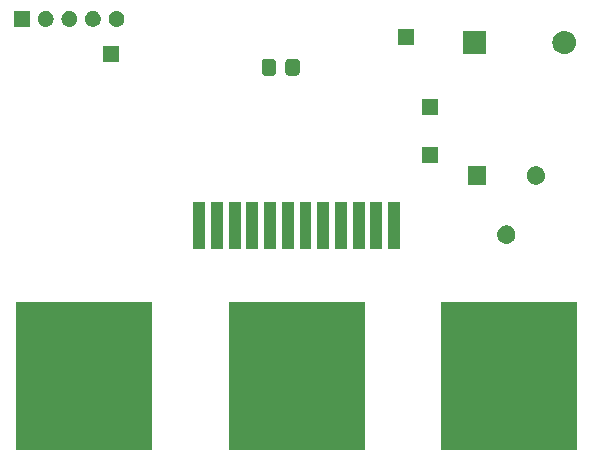
<source format=gbr>
%TF.GenerationSoftware,KiCad,Pcbnew,7.0.9*%
%TF.CreationDate,2024-01-16T21:18:43+00:00*%
%TF.ProjectId,egg-timer,6567672d-7469-46d6-9572-2e6b69636164,rev?*%
%TF.SameCoordinates,Original*%
%TF.FileFunction,Soldermask,Top*%
%TF.FilePolarity,Negative*%
%FSLAX46Y46*%
G04 Gerber Fmt 4.6, Leading zero omitted, Abs format (unit mm)*
G04 Created by KiCad (PCBNEW 7.0.9) date 2024-01-16 21:18:43*
%MOMM*%
%LPD*%
G01*
G04 APERTURE LIST*
G04 APERTURE END LIST*
G36*
X113500039Y-103999960D02*
G01*
X113505000Y-104011935D01*
X113505000Y-116488064D01*
X113500039Y-116500039D01*
X113488065Y-116505000D01*
X102011935Y-116505000D01*
X101999960Y-116500039D01*
X101995000Y-116488064D01*
X101995000Y-104011935D01*
X101999960Y-103999960D01*
X102011935Y-103995000D01*
X113488065Y-103995000D01*
X113500039Y-103999960D01*
G37*
G36*
X131500039Y-103999960D02*
G01*
X131505000Y-104011935D01*
X131505000Y-116488064D01*
X131500039Y-116500039D01*
X131488065Y-116505000D01*
X120011935Y-116505000D01*
X119999960Y-116500039D01*
X119995000Y-116488064D01*
X119995000Y-104011935D01*
X119999960Y-103999960D01*
X120011935Y-103995000D01*
X131488065Y-103995000D01*
X131500039Y-103999960D01*
G37*
G36*
X149500039Y-103999960D02*
G01*
X149505000Y-104011935D01*
X149505000Y-116488064D01*
X149500039Y-116500039D01*
X149488065Y-116505000D01*
X138011935Y-116505000D01*
X137999960Y-116500039D01*
X137995000Y-116488064D01*
X137995000Y-104011935D01*
X137999960Y-103999960D01*
X138011935Y-103995000D01*
X149488065Y-103995000D01*
X149500039Y-103999960D01*
G37*
G36*
X118000000Y-99500000D02*
G01*
X117000000Y-99500000D01*
X117000000Y-95500000D01*
X118000000Y-95500000D01*
X118000000Y-99500000D01*
G37*
G36*
X119500000Y-99500000D02*
G01*
X118500000Y-99500000D01*
X118500000Y-95500000D01*
X119500000Y-95500000D01*
X119500000Y-99500000D01*
G37*
G36*
X121000000Y-99500000D02*
G01*
X120000000Y-99500000D01*
X120000000Y-95500000D01*
X121000000Y-95500000D01*
X121000000Y-99500000D01*
G37*
G36*
X122500000Y-99500000D02*
G01*
X121500000Y-99500000D01*
X121500000Y-95500000D01*
X122500000Y-95500000D01*
X122500000Y-99500000D01*
G37*
G36*
X124000000Y-99500000D02*
G01*
X123000000Y-99500000D01*
X123000000Y-95500000D01*
X124000000Y-95500000D01*
X124000000Y-99500000D01*
G37*
G36*
X125500000Y-99500000D02*
G01*
X124500000Y-99500000D01*
X124500000Y-95500000D01*
X125500000Y-95500000D01*
X125500000Y-99500000D01*
G37*
G36*
X127000000Y-99500000D02*
G01*
X126000000Y-99500000D01*
X126000000Y-95500000D01*
X127000000Y-95500000D01*
X127000000Y-99500000D01*
G37*
G36*
X128500000Y-99500000D02*
G01*
X127500000Y-99500000D01*
X127500000Y-95500000D01*
X128500000Y-95500000D01*
X128500000Y-99500000D01*
G37*
G36*
X130000000Y-99500000D02*
G01*
X129000000Y-99500000D01*
X129000000Y-95500000D01*
X130000000Y-95500000D01*
X130000000Y-99500000D01*
G37*
G36*
X131500000Y-99500000D02*
G01*
X130500000Y-99500000D01*
X130500000Y-95500000D01*
X131500000Y-95500000D01*
X131500000Y-99500000D01*
G37*
G36*
X133000000Y-99500000D02*
G01*
X132000000Y-99500000D01*
X132000000Y-95500000D01*
X133000000Y-95500000D01*
X133000000Y-99500000D01*
G37*
G36*
X134500000Y-99500000D02*
G01*
X133500000Y-99500000D01*
X133500000Y-95500000D01*
X134500000Y-95500000D01*
X134500000Y-99500000D01*
G37*
G36*
X143540844Y-97484602D02*
G01*
X143581498Y-97484602D01*
X143627359Y-97494349D01*
X143673566Y-97499556D01*
X143707161Y-97511311D01*
X143740930Y-97518489D01*
X143789594Y-97540155D01*
X143838429Y-97557244D01*
X143863851Y-97573217D01*
X143889838Y-97584788D01*
X143938290Y-97619990D01*
X143986322Y-97650171D01*
X144003571Y-97667420D01*
X144021699Y-97680591D01*
X144066513Y-97730362D01*
X144109829Y-97773678D01*
X144119792Y-97789534D01*
X144130765Y-97801721D01*
X144168307Y-97866746D01*
X144202756Y-97921571D01*
X144207056Y-97933861D01*
X144212264Y-97942881D01*
X144238934Y-98024961D01*
X144260444Y-98086434D01*
X144261259Y-98093671D01*
X144262632Y-98097896D01*
X144275075Y-98216290D01*
X144280000Y-98260000D01*
X144275074Y-98303713D01*
X144262632Y-98422103D01*
X144261259Y-98426326D01*
X144260444Y-98433566D01*
X144238929Y-98495051D01*
X144212264Y-98577118D01*
X144207057Y-98586135D01*
X144202756Y-98598429D01*
X144168300Y-98653264D01*
X144130765Y-98718278D01*
X144119794Y-98730462D01*
X144109829Y-98746322D01*
X144066504Y-98789646D01*
X144021699Y-98839408D01*
X144003575Y-98852575D01*
X143986322Y-98869829D01*
X143938280Y-98900015D01*
X143889838Y-98935211D01*
X143863856Y-98946778D01*
X143838429Y-98962756D01*
X143789583Y-98979847D01*
X143740930Y-99001510D01*
X143707167Y-99008686D01*
X143673566Y-99020444D01*
X143627357Y-99025650D01*
X143581498Y-99035398D01*
X143540844Y-99035398D01*
X143500000Y-99040000D01*
X143459156Y-99035398D01*
X143418502Y-99035398D01*
X143372642Y-99025650D01*
X143326434Y-99020444D01*
X143292833Y-99008686D01*
X143259069Y-99001510D01*
X143210411Y-98979846D01*
X143161571Y-98962756D01*
X143136145Y-98946780D01*
X143110161Y-98935211D01*
X143061712Y-98900010D01*
X143013678Y-98869829D01*
X142996427Y-98852578D01*
X142978300Y-98839408D01*
X142933485Y-98789636D01*
X142890171Y-98746322D01*
X142880207Y-98730465D01*
X142869234Y-98718278D01*
X142831687Y-98653245D01*
X142797244Y-98598429D01*
X142792943Y-98586140D01*
X142787735Y-98577118D01*
X142761056Y-98495011D01*
X142739556Y-98433566D01*
X142738740Y-98426331D01*
X142737367Y-98422103D01*
X142724910Y-98303581D01*
X142720000Y-98260000D01*
X142724910Y-98216422D01*
X142737367Y-98097896D01*
X142738741Y-98093667D01*
X142739556Y-98086434D01*
X142761051Y-98025001D01*
X142787735Y-97942881D01*
X142792944Y-97933857D01*
X142797244Y-97921571D01*
X142831680Y-97866765D01*
X142869234Y-97801721D01*
X142880209Y-97789530D01*
X142890171Y-97773678D01*
X142933476Y-97730372D01*
X142978300Y-97680591D01*
X142996430Y-97667418D01*
X143013678Y-97650171D01*
X143061707Y-97619992D01*
X143110162Y-97584788D01*
X143136148Y-97573217D01*
X143161571Y-97557244D01*
X143210405Y-97540155D01*
X143259070Y-97518489D01*
X143292838Y-97511311D01*
X143326434Y-97499556D01*
X143372640Y-97494349D01*
X143418502Y-97484602D01*
X143459156Y-97484602D01*
X143500000Y-97480000D01*
X143540844Y-97484602D01*
G37*
G36*
X141780000Y-94040000D02*
G01*
X140220000Y-94040000D01*
X140220000Y-92480000D01*
X141780000Y-92480000D01*
X141780000Y-94040000D01*
G37*
G36*
X146040844Y-92484602D02*
G01*
X146081498Y-92484602D01*
X146127359Y-92494349D01*
X146173566Y-92499556D01*
X146207161Y-92511311D01*
X146240930Y-92518489D01*
X146289594Y-92540155D01*
X146338429Y-92557244D01*
X146363851Y-92573217D01*
X146389838Y-92584788D01*
X146438290Y-92619990D01*
X146486322Y-92650171D01*
X146503571Y-92667420D01*
X146521699Y-92680591D01*
X146566513Y-92730362D01*
X146609829Y-92773678D01*
X146619792Y-92789534D01*
X146630765Y-92801721D01*
X146668307Y-92866746D01*
X146702756Y-92921571D01*
X146707056Y-92933861D01*
X146712264Y-92942881D01*
X146738934Y-93024961D01*
X146760444Y-93086434D01*
X146761259Y-93093671D01*
X146762632Y-93097896D01*
X146775075Y-93216290D01*
X146780000Y-93260000D01*
X146775074Y-93303713D01*
X146762632Y-93422103D01*
X146761259Y-93426326D01*
X146760444Y-93433566D01*
X146738929Y-93495051D01*
X146712264Y-93577118D01*
X146707057Y-93586135D01*
X146702756Y-93598429D01*
X146668300Y-93653264D01*
X146630765Y-93718278D01*
X146619794Y-93730462D01*
X146609829Y-93746322D01*
X146566504Y-93789646D01*
X146521699Y-93839408D01*
X146503575Y-93852575D01*
X146486322Y-93869829D01*
X146438280Y-93900015D01*
X146389838Y-93935211D01*
X146363856Y-93946778D01*
X146338429Y-93962756D01*
X146289583Y-93979847D01*
X146240930Y-94001510D01*
X146207167Y-94008686D01*
X146173566Y-94020444D01*
X146127357Y-94025650D01*
X146081498Y-94035398D01*
X146040844Y-94035398D01*
X146000000Y-94040000D01*
X145959156Y-94035398D01*
X145918502Y-94035398D01*
X145872642Y-94025650D01*
X145826434Y-94020444D01*
X145792833Y-94008686D01*
X145759069Y-94001510D01*
X145710411Y-93979846D01*
X145661571Y-93962756D01*
X145636145Y-93946780D01*
X145610161Y-93935211D01*
X145561712Y-93900010D01*
X145513678Y-93869829D01*
X145496427Y-93852578D01*
X145478300Y-93839408D01*
X145433485Y-93789636D01*
X145390171Y-93746322D01*
X145380207Y-93730465D01*
X145369234Y-93718278D01*
X145331687Y-93653245D01*
X145297244Y-93598429D01*
X145292943Y-93586140D01*
X145287735Y-93577118D01*
X145261056Y-93495011D01*
X145239556Y-93433566D01*
X145238740Y-93426331D01*
X145237367Y-93422103D01*
X145224910Y-93303581D01*
X145220000Y-93260000D01*
X145224910Y-93216422D01*
X145237367Y-93097896D01*
X145238741Y-93093667D01*
X145239556Y-93086434D01*
X145261051Y-93025001D01*
X145287735Y-92942881D01*
X145292944Y-92933857D01*
X145297244Y-92921571D01*
X145331680Y-92866765D01*
X145369234Y-92801721D01*
X145380209Y-92789530D01*
X145390171Y-92773678D01*
X145433476Y-92730372D01*
X145478300Y-92680591D01*
X145496430Y-92667418D01*
X145513678Y-92650171D01*
X145561707Y-92619992D01*
X145610162Y-92584788D01*
X145636148Y-92573217D01*
X145661571Y-92557244D01*
X145710405Y-92540155D01*
X145759070Y-92518489D01*
X145792838Y-92511311D01*
X145826434Y-92499556D01*
X145872640Y-92494349D01*
X145918502Y-92484602D01*
X145959156Y-92484602D01*
X146000000Y-92480000D01*
X146040844Y-92484602D01*
G37*
G36*
X137675000Y-92175000D02*
G01*
X136325000Y-92175000D01*
X136325000Y-90825000D01*
X137675000Y-90825000D01*
X137675000Y-92175000D01*
G37*
G36*
X137675000Y-88175000D02*
G01*
X136325000Y-88175000D01*
X136325000Y-86825000D01*
X137675000Y-86825000D01*
X137675000Y-88175000D01*
G37*
G36*
X123754850Y-83400964D02*
G01*
X123805040Y-83406787D01*
X123822189Y-83414359D01*
X123845671Y-83419030D01*
X123870810Y-83435827D01*
X123890696Y-83444608D01*
X123904277Y-83458189D01*
X123926777Y-83473223D01*
X123941810Y-83495722D01*
X123955391Y-83509303D01*
X123964170Y-83529186D01*
X123980970Y-83554329D01*
X123985641Y-83577812D01*
X123993212Y-83594959D01*
X123999033Y-83645139D01*
X124000000Y-83650000D01*
X124000000Y-84550000D01*
X123999032Y-84554863D01*
X123993212Y-84605040D01*
X123985641Y-84622185D01*
X123980970Y-84645671D01*
X123964169Y-84670815D01*
X123955391Y-84690696D01*
X123941812Y-84704274D01*
X123926777Y-84726777D01*
X123904274Y-84741812D01*
X123890696Y-84755391D01*
X123870815Y-84764169D01*
X123845671Y-84780970D01*
X123822185Y-84785641D01*
X123805040Y-84793212D01*
X123754861Y-84799032D01*
X123750000Y-84800000D01*
X123050000Y-84800000D01*
X123045138Y-84799032D01*
X122994959Y-84793212D01*
X122977812Y-84785641D01*
X122954329Y-84780970D01*
X122929186Y-84764170D01*
X122909303Y-84755391D01*
X122895722Y-84741810D01*
X122873223Y-84726777D01*
X122858189Y-84704277D01*
X122844608Y-84690696D01*
X122835827Y-84670810D01*
X122819030Y-84645671D01*
X122814359Y-84622189D01*
X122806787Y-84605040D01*
X122800964Y-84554849D01*
X122800000Y-84550000D01*
X122800000Y-83650000D01*
X122800964Y-83645150D01*
X122806787Y-83594959D01*
X122814359Y-83577808D01*
X122819030Y-83554329D01*
X122835826Y-83529191D01*
X122844608Y-83509303D01*
X122858191Y-83495719D01*
X122873223Y-83473223D01*
X122895719Y-83458191D01*
X122909303Y-83444608D01*
X122929191Y-83435826D01*
X122954329Y-83419030D01*
X122977808Y-83414359D01*
X122994959Y-83406787D01*
X123045151Y-83400964D01*
X123050000Y-83400000D01*
X123750000Y-83400000D01*
X123754850Y-83400964D01*
G37*
G36*
X125754850Y-83400964D02*
G01*
X125805040Y-83406787D01*
X125822189Y-83414359D01*
X125845671Y-83419030D01*
X125870810Y-83435827D01*
X125890696Y-83444608D01*
X125904277Y-83458189D01*
X125926777Y-83473223D01*
X125941810Y-83495722D01*
X125955391Y-83509303D01*
X125964170Y-83529186D01*
X125980970Y-83554329D01*
X125985641Y-83577812D01*
X125993212Y-83594959D01*
X125999033Y-83645139D01*
X126000000Y-83650000D01*
X126000000Y-84550000D01*
X125999032Y-84554863D01*
X125993212Y-84605040D01*
X125985641Y-84622185D01*
X125980970Y-84645671D01*
X125964169Y-84670815D01*
X125955391Y-84690696D01*
X125941812Y-84704274D01*
X125926777Y-84726777D01*
X125904274Y-84741812D01*
X125890696Y-84755391D01*
X125870815Y-84764169D01*
X125845671Y-84780970D01*
X125822185Y-84785641D01*
X125805040Y-84793212D01*
X125754861Y-84799032D01*
X125750000Y-84800000D01*
X125050000Y-84800000D01*
X125045138Y-84799032D01*
X124994959Y-84793212D01*
X124977812Y-84785641D01*
X124954329Y-84780970D01*
X124929186Y-84764170D01*
X124909303Y-84755391D01*
X124895722Y-84741810D01*
X124873223Y-84726777D01*
X124858189Y-84704277D01*
X124844608Y-84690696D01*
X124835827Y-84670810D01*
X124819030Y-84645671D01*
X124814359Y-84622189D01*
X124806787Y-84605040D01*
X124800964Y-84554849D01*
X124800000Y-84550000D01*
X124800000Y-83650000D01*
X124800964Y-83645150D01*
X124806787Y-83594959D01*
X124814359Y-83577808D01*
X124819030Y-83554329D01*
X124835826Y-83529191D01*
X124844608Y-83509303D01*
X124858191Y-83495719D01*
X124873223Y-83473223D01*
X124895719Y-83458191D01*
X124909303Y-83444608D01*
X124929191Y-83435826D01*
X124954329Y-83419030D01*
X124977808Y-83414359D01*
X124994959Y-83406787D01*
X125045151Y-83400964D01*
X125050000Y-83400000D01*
X125750000Y-83400000D01*
X125754850Y-83400964D01*
G37*
G36*
X110675000Y-83675000D02*
G01*
X109325000Y-83675000D01*
X109325000Y-82325000D01*
X110675000Y-82325000D01*
X110675000Y-83675000D01*
G37*
G36*
X141800000Y-83000000D02*
G01*
X139800000Y-83000000D01*
X139800000Y-81000000D01*
X141800000Y-81000000D01*
X141800000Y-83000000D01*
G37*
G36*
X148595090Y-81019215D02*
G01*
X148782683Y-81076120D01*
X148955570Y-81168530D01*
X149107107Y-81292893D01*
X149231470Y-81444430D01*
X149323880Y-81617317D01*
X149380785Y-81804910D01*
X149400000Y-82000000D01*
X149380785Y-82195090D01*
X149323880Y-82382683D01*
X149231470Y-82555570D01*
X149107107Y-82707107D01*
X148955570Y-82831470D01*
X148782683Y-82923880D01*
X148595090Y-82980785D01*
X148400000Y-83000000D01*
X148204910Y-82980785D01*
X148017317Y-82923880D01*
X147844430Y-82831470D01*
X147692893Y-82707107D01*
X147568530Y-82555570D01*
X147476120Y-82382683D01*
X147419215Y-82195090D01*
X147400000Y-82000000D01*
X147419215Y-81804910D01*
X147476120Y-81617317D01*
X147568530Y-81444430D01*
X147692893Y-81292893D01*
X147844430Y-81168530D01*
X148017317Y-81076120D01*
X148204910Y-81019215D01*
X148400000Y-81000000D01*
X148595090Y-81019215D01*
G37*
G36*
X135675000Y-82175000D02*
G01*
X134325000Y-82175000D01*
X134325000Y-80825000D01*
X135675000Y-80825000D01*
X135675000Y-82175000D01*
G37*
G36*
X103175000Y-80675000D02*
G01*
X101825000Y-80675000D01*
X101825000Y-79325000D01*
X103175000Y-79325000D01*
X103175000Y-80675000D01*
G37*
G36*
X104540318Y-79329922D02*
G01*
X104581362Y-79329922D01*
X104615927Y-79338441D01*
X104650118Y-79342294D01*
X104694341Y-79357768D01*
X104739358Y-79368864D01*
X104765979Y-79382835D01*
X104792706Y-79392188D01*
X104837874Y-79420569D01*
X104883444Y-79444486D01*
X104901755Y-79460708D01*
X104920617Y-79472560D01*
X104963204Y-79515147D01*
X105005245Y-79552392D01*
X105015932Y-79567875D01*
X105027439Y-79579382D01*
X105063616Y-79636957D01*
X105097683Y-79686312D01*
X105102334Y-79698577D01*
X105107811Y-79707293D01*
X105133707Y-79781301D01*
X105155386Y-79838462D01*
X105156276Y-79845799D01*
X105157705Y-79849881D01*
X105169722Y-79956537D01*
X105175000Y-80000000D01*
X105169722Y-80043466D01*
X105157705Y-80150118D01*
X105156277Y-80154198D01*
X105155386Y-80161538D01*
X105133703Y-80218710D01*
X105107811Y-80292706D01*
X105102335Y-80301419D01*
X105097683Y-80313688D01*
X105063609Y-80363052D01*
X105027439Y-80420617D01*
X105015934Y-80432121D01*
X105005245Y-80447608D01*
X104963195Y-80484860D01*
X104920617Y-80527439D01*
X104901759Y-80539288D01*
X104883444Y-80555514D01*
X104837865Y-80579435D01*
X104792706Y-80607811D01*
X104765984Y-80617161D01*
X104739358Y-80631136D01*
X104694331Y-80642233D01*
X104650118Y-80657705D01*
X104615934Y-80661556D01*
X104581362Y-80670078D01*
X104540310Y-80670078D01*
X104500000Y-80674620D01*
X104459690Y-80670078D01*
X104418638Y-80670078D01*
X104384065Y-80661556D01*
X104349881Y-80657705D01*
X104305664Y-80642232D01*
X104260642Y-80631136D01*
X104234017Y-80617162D01*
X104207293Y-80607811D01*
X104162128Y-80579432D01*
X104116556Y-80555514D01*
X104098243Y-80539290D01*
X104079382Y-80527439D01*
X104036795Y-80484852D01*
X103994755Y-80447608D01*
X103984067Y-80432124D01*
X103972560Y-80420617D01*
X103936379Y-80363036D01*
X103902317Y-80313688D01*
X103897665Y-80301423D01*
X103892188Y-80292706D01*
X103866283Y-80218675D01*
X103844614Y-80161538D01*
X103843723Y-80154202D01*
X103842294Y-80150118D01*
X103830263Y-80043352D01*
X103825000Y-80000000D01*
X103830263Y-79956651D01*
X103842294Y-79849881D01*
X103843723Y-79845795D01*
X103844614Y-79838462D01*
X103866279Y-79781336D01*
X103892188Y-79707293D01*
X103897666Y-79698573D01*
X103902317Y-79686312D01*
X103936372Y-79636973D01*
X103972560Y-79579382D01*
X103984069Y-79567872D01*
X103994755Y-79552392D01*
X104036787Y-79515154D01*
X104079382Y-79472560D01*
X104098247Y-79460706D01*
X104116556Y-79444486D01*
X104162119Y-79420572D01*
X104207293Y-79392188D01*
X104234022Y-79382834D01*
X104260642Y-79368864D01*
X104305655Y-79357769D01*
X104349881Y-79342294D01*
X104384073Y-79338441D01*
X104418638Y-79329922D01*
X104459681Y-79329922D01*
X104500000Y-79325379D01*
X104540318Y-79329922D01*
G37*
G36*
X106540318Y-79329922D02*
G01*
X106581362Y-79329922D01*
X106615927Y-79338441D01*
X106650118Y-79342294D01*
X106694341Y-79357768D01*
X106739358Y-79368864D01*
X106765979Y-79382835D01*
X106792706Y-79392188D01*
X106837874Y-79420569D01*
X106883444Y-79444486D01*
X106901755Y-79460708D01*
X106920617Y-79472560D01*
X106963204Y-79515147D01*
X107005245Y-79552392D01*
X107015932Y-79567875D01*
X107027439Y-79579382D01*
X107063616Y-79636957D01*
X107097683Y-79686312D01*
X107102334Y-79698577D01*
X107107811Y-79707293D01*
X107133707Y-79781301D01*
X107155386Y-79838462D01*
X107156276Y-79845799D01*
X107157705Y-79849881D01*
X107169722Y-79956537D01*
X107175000Y-80000000D01*
X107169722Y-80043466D01*
X107157705Y-80150118D01*
X107156277Y-80154198D01*
X107155386Y-80161538D01*
X107133703Y-80218710D01*
X107107811Y-80292706D01*
X107102335Y-80301419D01*
X107097683Y-80313688D01*
X107063609Y-80363052D01*
X107027439Y-80420617D01*
X107015934Y-80432121D01*
X107005245Y-80447608D01*
X106963195Y-80484860D01*
X106920617Y-80527439D01*
X106901759Y-80539288D01*
X106883444Y-80555514D01*
X106837865Y-80579435D01*
X106792706Y-80607811D01*
X106765984Y-80617161D01*
X106739358Y-80631136D01*
X106694331Y-80642233D01*
X106650118Y-80657705D01*
X106615934Y-80661556D01*
X106581362Y-80670078D01*
X106540310Y-80670078D01*
X106500000Y-80674620D01*
X106459690Y-80670078D01*
X106418638Y-80670078D01*
X106384065Y-80661556D01*
X106349881Y-80657705D01*
X106305664Y-80642232D01*
X106260642Y-80631136D01*
X106234017Y-80617162D01*
X106207293Y-80607811D01*
X106162128Y-80579432D01*
X106116556Y-80555514D01*
X106098243Y-80539290D01*
X106079382Y-80527439D01*
X106036795Y-80484852D01*
X105994755Y-80447608D01*
X105984067Y-80432124D01*
X105972560Y-80420617D01*
X105936379Y-80363036D01*
X105902317Y-80313688D01*
X105897665Y-80301423D01*
X105892188Y-80292706D01*
X105866283Y-80218675D01*
X105844614Y-80161538D01*
X105843723Y-80154202D01*
X105842294Y-80150118D01*
X105830263Y-80043352D01*
X105825000Y-80000000D01*
X105830263Y-79956651D01*
X105842294Y-79849881D01*
X105843723Y-79845795D01*
X105844614Y-79838462D01*
X105866279Y-79781336D01*
X105892188Y-79707293D01*
X105897666Y-79698573D01*
X105902317Y-79686312D01*
X105936372Y-79636973D01*
X105972560Y-79579382D01*
X105984069Y-79567872D01*
X105994755Y-79552392D01*
X106036787Y-79515154D01*
X106079382Y-79472560D01*
X106098247Y-79460706D01*
X106116556Y-79444486D01*
X106162119Y-79420572D01*
X106207293Y-79392188D01*
X106234022Y-79382834D01*
X106260642Y-79368864D01*
X106305655Y-79357769D01*
X106349881Y-79342294D01*
X106384073Y-79338441D01*
X106418638Y-79329922D01*
X106459681Y-79329922D01*
X106500000Y-79325379D01*
X106540318Y-79329922D01*
G37*
G36*
X108540318Y-79329922D02*
G01*
X108581362Y-79329922D01*
X108615927Y-79338441D01*
X108650118Y-79342294D01*
X108694341Y-79357768D01*
X108739358Y-79368864D01*
X108765979Y-79382835D01*
X108792706Y-79392188D01*
X108837874Y-79420569D01*
X108883444Y-79444486D01*
X108901755Y-79460708D01*
X108920617Y-79472560D01*
X108963204Y-79515147D01*
X109005245Y-79552392D01*
X109015932Y-79567875D01*
X109027439Y-79579382D01*
X109063616Y-79636957D01*
X109097683Y-79686312D01*
X109102334Y-79698577D01*
X109107811Y-79707293D01*
X109133707Y-79781301D01*
X109155386Y-79838462D01*
X109156276Y-79845799D01*
X109157705Y-79849881D01*
X109169722Y-79956537D01*
X109175000Y-80000000D01*
X109169722Y-80043466D01*
X109157705Y-80150118D01*
X109156277Y-80154198D01*
X109155386Y-80161538D01*
X109133703Y-80218710D01*
X109107811Y-80292706D01*
X109102335Y-80301419D01*
X109097683Y-80313688D01*
X109063609Y-80363052D01*
X109027439Y-80420617D01*
X109015934Y-80432121D01*
X109005245Y-80447608D01*
X108963195Y-80484860D01*
X108920617Y-80527439D01*
X108901759Y-80539288D01*
X108883444Y-80555514D01*
X108837865Y-80579435D01*
X108792706Y-80607811D01*
X108765984Y-80617161D01*
X108739358Y-80631136D01*
X108694331Y-80642233D01*
X108650118Y-80657705D01*
X108615934Y-80661556D01*
X108581362Y-80670078D01*
X108540310Y-80670078D01*
X108500000Y-80674620D01*
X108459690Y-80670078D01*
X108418638Y-80670078D01*
X108384065Y-80661556D01*
X108349881Y-80657705D01*
X108305664Y-80642232D01*
X108260642Y-80631136D01*
X108234017Y-80617162D01*
X108207293Y-80607811D01*
X108162128Y-80579432D01*
X108116556Y-80555514D01*
X108098243Y-80539290D01*
X108079382Y-80527439D01*
X108036795Y-80484852D01*
X107994755Y-80447608D01*
X107984067Y-80432124D01*
X107972560Y-80420617D01*
X107936379Y-80363036D01*
X107902317Y-80313688D01*
X107897665Y-80301423D01*
X107892188Y-80292706D01*
X107866283Y-80218675D01*
X107844614Y-80161538D01*
X107843723Y-80154202D01*
X107842294Y-80150118D01*
X107830263Y-80043352D01*
X107825000Y-80000000D01*
X107830263Y-79956651D01*
X107842294Y-79849881D01*
X107843723Y-79845795D01*
X107844614Y-79838462D01*
X107866279Y-79781336D01*
X107892188Y-79707293D01*
X107897666Y-79698573D01*
X107902317Y-79686312D01*
X107936372Y-79636973D01*
X107972560Y-79579382D01*
X107984069Y-79567872D01*
X107994755Y-79552392D01*
X108036787Y-79515154D01*
X108079382Y-79472560D01*
X108098247Y-79460706D01*
X108116556Y-79444486D01*
X108162119Y-79420572D01*
X108207293Y-79392188D01*
X108234022Y-79382834D01*
X108260642Y-79368864D01*
X108305655Y-79357769D01*
X108349881Y-79342294D01*
X108384073Y-79338441D01*
X108418638Y-79329922D01*
X108459681Y-79329922D01*
X108500000Y-79325379D01*
X108540318Y-79329922D01*
G37*
G36*
X110540318Y-79329922D02*
G01*
X110581362Y-79329922D01*
X110615927Y-79338441D01*
X110650118Y-79342294D01*
X110694341Y-79357768D01*
X110739358Y-79368864D01*
X110765979Y-79382835D01*
X110792706Y-79392188D01*
X110837874Y-79420569D01*
X110883444Y-79444486D01*
X110901755Y-79460708D01*
X110920617Y-79472560D01*
X110963204Y-79515147D01*
X111005245Y-79552392D01*
X111015932Y-79567875D01*
X111027439Y-79579382D01*
X111063616Y-79636957D01*
X111097683Y-79686312D01*
X111102334Y-79698577D01*
X111107811Y-79707293D01*
X111133707Y-79781301D01*
X111155386Y-79838462D01*
X111156276Y-79845799D01*
X111157705Y-79849881D01*
X111169722Y-79956537D01*
X111175000Y-80000000D01*
X111169722Y-80043466D01*
X111157705Y-80150118D01*
X111156277Y-80154198D01*
X111155386Y-80161538D01*
X111133703Y-80218710D01*
X111107811Y-80292706D01*
X111102335Y-80301419D01*
X111097683Y-80313688D01*
X111063609Y-80363052D01*
X111027439Y-80420617D01*
X111015934Y-80432121D01*
X111005245Y-80447608D01*
X110963195Y-80484860D01*
X110920617Y-80527439D01*
X110901759Y-80539288D01*
X110883444Y-80555514D01*
X110837865Y-80579435D01*
X110792706Y-80607811D01*
X110765984Y-80617161D01*
X110739358Y-80631136D01*
X110694331Y-80642233D01*
X110650118Y-80657705D01*
X110615934Y-80661556D01*
X110581362Y-80670078D01*
X110540310Y-80670078D01*
X110500000Y-80674620D01*
X110459690Y-80670078D01*
X110418638Y-80670078D01*
X110384065Y-80661556D01*
X110349881Y-80657705D01*
X110305664Y-80642232D01*
X110260642Y-80631136D01*
X110234017Y-80617162D01*
X110207293Y-80607811D01*
X110162128Y-80579432D01*
X110116556Y-80555514D01*
X110098243Y-80539290D01*
X110079382Y-80527439D01*
X110036795Y-80484852D01*
X109994755Y-80447608D01*
X109984067Y-80432124D01*
X109972560Y-80420617D01*
X109936379Y-80363036D01*
X109902317Y-80313688D01*
X109897665Y-80301423D01*
X109892188Y-80292706D01*
X109866283Y-80218675D01*
X109844614Y-80161538D01*
X109843723Y-80154202D01*
X109842294Y-80150118D01*
X109830263Y-80043352D01*
X109825000Y-80000000D01*
X109830263Y-79956651D01*
X109842294Y-79849881D01*
X109843723Y-79845795D01*
X109844614Y-79838462D01*
X109866279Y-79781336D01*
X109892188Y-79707293D01*
X109897666Y-79698573D01*
X109902317Y-79686312D01*
X109936372Y-79636973D01*
X109972560Y-79579382D01*
X109984069Y-79567872D01*
X109994755Y-79552392D01*
X110036787Y-79515154D01*
X110079382Y-79472560D01*
X110098247Y-79460706D01*
X110116556Y-79444486D01*
X110162119Y-79420572D01*
X110207293Y-79392188D01*
X110234022Y-79382834D01*
X110260642Y-79368864D01*
X110305655Y-79357769D01*
X110349881Y-79342294D01*
X110384073Y-79338441D01*
X110418638Y-79329922D01*
X110459681Y-79329922D01*
X110500000Y-79325379D01*
X110540318Y-79329922D01*
G37*
M02*

</source>
